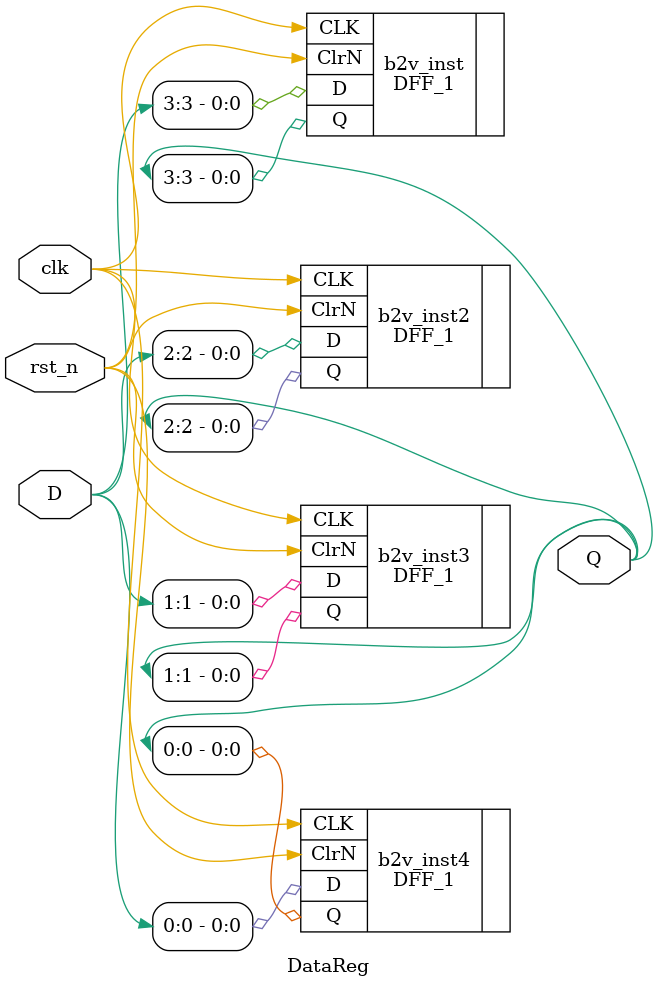
<source format=v>


module DataReg(
	clk,
	rst_n,
	D,
	Q
);


input wire	clk;
input wire	rst_n;
input wire	[3:0] D;
output wire	[3:0] Q;






DFF_1	b2v_inst(
	.CLK(clk),
	.D(D[3]),
	
	.ClrN(rst_n),
	
	.Q(Q[3]));


DFF_1	b2v_inst2(
	.CLK(clk),
	.D(D[2]),
	
	.ClrN(rst_n),
	
	.Q(Q[2]));


DFF_1	b2v_inst3(
	.CLK(clk),
	.D(D[1]),
	
	.ClrN(rst_n),
	
	.Q(Q[1]));


DFF_1	b2v_inst4(
	.CLK(clk),
	.D(D[0]),
	
	.ClrN(rst_n),
	
	.Q(Q[0]));


endmodule

</source>
